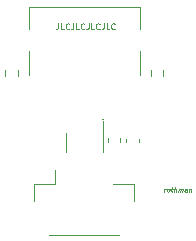
<source format=gbr>
%TF.GenerationSoftware,KiCad,Pcbnew,(6.0.5)*%
%TF.CreationDate,2022-07-03T04:30:49-06:00*%
%TF.ProjectId,usbc-daughter-board,75736263-2d64-4617-9567-687465722d62,1.0*%
%TF.SameCoordinates,Original*%
%TF.FileFunction,Legend,Top*%
%TF.FilePolarity,Positive*%
%FSLAX46Y46*%
G04 Gerber Fmt 4.6, Leading zero omitted, Abs format (unit mm)*
G04 Created by KiCad (PCBNEW (6.0.5)) date 2022-07-03 04:30:49*
%MOMM*%
%LPD*%
G01*
G04 APERTURE LIST*
%ADD10C,0.153000*%
%ADD11C,0.100000*%
%ADD12C,0.087500*%
%ADD13C,0.120000*%
G04 APERTURE END LIST*
D10*
X129060001Y-70550000D02*
G75*
G03*
X129060001Y-70550000I-1J0D01*
G01*
X125055001Y-74900000D02*
G75*
G03*
X125055001Y-74900000I-1J0D01*
G01*
D11*
X125290476Y-62426190D02*
X125290476Y-62783333D01*
X125266666Y-62854761D01*
X125219047Y-62902380D01*
X125147619Y-62926190D01*
X125100000Y-62926190D01*
X125766666Y-62926190D02*
X125528571Y-62926190D01*
X125528571Y-62426190D01*
X126219047Y-62878571D02*
X126195238Y-62902380D01*
X126123809Y-62926190D01*
X126076190Y-62926190D01*
X126004761Y-62902380D01*
X125957142Y-62854761D01*
X125933333Y-62807142D01*
X125909523Y-62711904D01*
X125909523Y-62640476D01*
X125933333Y-62545238D01*
X125957142Y-62497619D01*
X126004761Y-62450000D01*
X126076190Y-62426190D01*
X126123809Y-62426190D01*
X126195238Y-62450000D01*
X126219047Y-62473809D01*
X126576190Y-62426190D02*
X126576190Y-62783333D01*
X126552380Y-62854761D01*
X126504761Y-62902380D01*
X126433333Y-62926190D01*
X126385714Y-62926190D01*
X127052380Y-62926190D02*
X126814285Y-62926190D01*
X126814285Y-62426190D01*
X127504761Y-62878571D02*
X127480952Y-62902380D01*
X127409523Y-62926190D01*
X127361904Y-62926190D01*
X127290476Y-62902380D01*
X127242857Y-62854761D01*
X127219047Y-62807142D01*
X127195238Y-62711904D01*
X127195238Y-62640476D01*
X127219047Y-62545238D01*
X127242857Y-62497619D01*
X127290476Y-62450000D01*
X127361904Y-62426190D01*
X127409523Y-62426190D01*
X127480952Y-62450000D01*
X127504761Y-62473809D01*
X127861904Y-62426190D02*
X127861904Y-62783333D01*
X127838095Y-62854761D01*
X127790476Y-62902380D01*
X127719047Y-62926190D01*
X127671428Y-62926190D01*
X128338095Y-62926190D02*
X128100000Y-62926190D01*
X128100000Y-62426190D01*
X128790476Y-62878571D02*
X128766666Y-62902380D01*
X128695238Y-62926190D01*
X128647619Y-62926190D01*
X128576190Y-62902380D01*
X128528571Y-62854761D01*
X128504761Y-62807142D01*
X128480952Y-62711904D01*
X128480952Y-62640476D01*
X128504761Y-62545238D01*
X128528571Y-62497619D01*
X128576190Y-62450000D01*
X128647619Y-62426190D01*
X128695238Y-62426190D01*
X128766666Y-62450000D01*
X128790476Y-62473809D01*
X129147619Y-62426190D02*
X129147619Y-62783333D01*
X129123809Y-62854761D01*
X129076190Y-62902380D01*
X129004761Y-62926190D01*
X128957142Y-62926190D01*
X129623809Y-62926190D02*
X129385714Y-62926190D01*
X129385714Y-62426190D01*
X130076190Y-62878571D02*
X130052380Y-62902380D01*
X129980952Y-62926190D01*
X129933333Y-62926190D01*
X129861904Y-62902380D01*
X129814285Y-62854761D01*
X129790476Y-62807142D01*
X129766666Y-62711904D01*
X129766666Y-62640476D01*
X129790476Y-62545238D01*
X129814285Y-62497619D01*
X129861904Y-62450000D01*
X129933333Y-62426190D01*
X129980952Y-62426190D01*
X130052380Y-62450000D01*
X130076190Y-62473809D01*
D12*
X134254494Y-76680952D02*
X134287827Y-76414285D01*
X134278303Y-76490476D02*
X134302113Y-76452380D01*
X134323541Y-76433333D01*
X134364017Y-76414285D01*
X134402113Y-76414285D01*
X134559255Y-76680952D02*
X134523541Y-76661904D01*
X134506875Y-76642857D01*
X134492589Y-76604761D01*
X134506875Y-76490476D01*
X134530684Y-76452380D01*
X134552113Y-76433333D01*
X134592589Y-76414285D01*
X134649732Y-76414285D01*
X134685446Y-76433333D01*
X134702113Y-76452380D01*
X134716398Y-76490476D01*
X134702113Y-76604761D01*
X134678303Y-76642857D01*
X134656875Y-76661904D01*
X134616398Y-76680952D01*
X134559255Y-76680952D01*
X134840208Y-76414285D02*
X134992589Y-76414285D01*
X134914017Y-76280952D02*
X134871160Y-76623809D01*
X134885446Y-76661904D01*
X134921160Y-76680952D01*
X134959255Y-76680952D01*
X135092589Y-76680952D02*
X135142589Y-76280952D01*
X135264017Y-76680952D02*
X135290208Y-76471428D01*
X135275922Y-76433333D01*
X135240208Y-76414285D01*
X135183065Y-76414285D01*
X135142589Y-76433333D01*
X135121160Y-76452380D01*
X135454494Y-76680952D02*
X135487827Y-76414285D01*
X135483065Y-76452380D02*
X135504494Y-76433333D01*
X135544970Y-76414285D01*
X135602113Y-76414285D01*
X135637827Y-76433333D01*
X135652113Y-76471428D01*
X135625922Y-76680952D01*
X135652113Y-76471428D02*
X135675922Y-76433333D01*
X135716398Y-76414285D01*
X135773541Y-76414285D01*
X135809255Y-76433333D01*
X135823541Y-76471428D01*
X135797351Y-76680952D01*
X136159255Y-76680952D02*
X136185446Y-76471428D01*
X136171160Y-76433333D01*
X136135446Y-76414285D01*
X136059255Y-76414285D01*
X136018779Y-76433333D01*
X136161636Y-76661904D02*
X136121160Y-76680952D01*
X136025922Y-76680952D01*
X135990208Y-76661904D01*
X135975922Y-76623809D01*
X135980684Y-76585714D01*
X136004494Y-76547619D01*
X136044970Y-76528571D01*
X136140208Y-76528571D01*
X136180684Y-76509523D01*
X136383065Y-76414285D02*
X136349732Y-76680952D01*
X136378303Y-76452380D02*
X136399732Y-76433333D01*
X136440208Y-76414285D01*
X136497351Y-76414285D01*
X136533065Y-76433333D01*
X136547351Y-76471428D01*
X136521160Y-76680952D01*
D13*
%TO.C,F1*%
X130540000Y-72167221D02*
X130540000Y-72492779D01*
X129520000Y-72167221D02*
X129520000Y-72492779D01*
%TO.C,R1*%
X120817500Y-66402742D02*
X120817500Y-66877258D01*
X121862500Y-66402742D02*
X121862500Y-66877258D01*
%TO.C,U1*%
X129060000Y-72500000D02*
X129060000Y-73300000D01*
X129060000Y-72500000D02*
X129060000Y-70700000D01*
X125940000Y-72500000D02*
X125940000Y-71700000D01*
X125940000Y-72500000D02*
X125940000Y-73300000D01*
%TO.C,C1*%
X131070000Y-72470580D02*
X131070000Y-72189420D01*
X132090000Y-72470580D02*
X132090000Y-72189420D01*
%TO.C,J2*%
X125055000Y-76040000D02*
X125055000Y-75050000D01*
X131725000Y-76040000D02*
X129925000Y-76040000D01*
X131725000Y-77490000D02*
X131725000Y-76040000D01*
X124525000Y-80310000D02*
X130455000Y-80310000D01*
X123255000Y-77490000D02*
X123255000Y-76040000D01*
X123255000Y-76040000D02*
X125055000Y-76040000D01*
%TO.C,R2*%
X133127500Y-66417742D02*
X133127500Y-66892258D01*
X134172500Y-66417742D02*
X134172500Y-66892258D01*
%TO.C,J1*%
X132200000Y-61010000D02*
X122800000Y-61010000D01*
X122800000Y-62910000D02*
X122800000Y-61010000D01*
X132200000Y-62910000D02*
X132200000Y-61010000D01*
X132200000Y-66810000D02*
X132200000Y-64810000D01*
X122800000Y-66810000D02*
X122800000Y-64810000D01*
%TD*%
M02*

</source>
